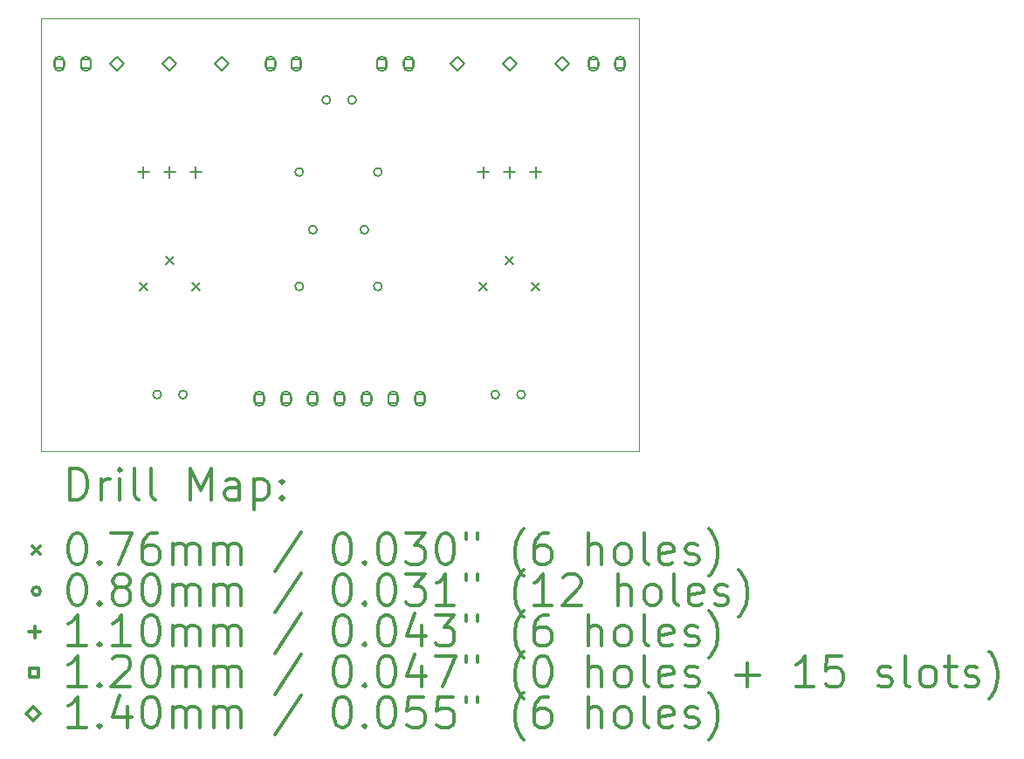
<source format=gbr>
%FSLAX45Y45*%
G04 Gerber Fmt 4.5, Leading zero omitted, Abs format (unit mm)*
G04 Created by KiCad (PCBNEW (5.1.5-0-10_14)) date 2021-12-30 15:58:44*
%MOMM*%
%LPD*%
G04 APERTURE LIST*
%TA.AperFunction,Profile*%
%ADD10C,0.050000*%
%TD*%
%ADD11C,0.200000*%
%ADD12C,0.300000*%
G04 APERTURE END LIST*
D10*
X12900000Y-7400000D02*
X7100000Y-7400000D01*
X12900000Y-11600000D02*
X12900000Y-7400000D01*
X7100000Y-11600000D02*
X12900000Y-11600000D01*
X7100000Y-7400000D02*
X7100000Y-11600000D01*
D11*
X8057900Y-9961900D02*
X8134100Y-10038100D01*
X8134100Y-9961900D02*
X8057900Y-10038100D01*
X8311900Y-9707900D02*
X8388100Y-9784100D01*
X8388100Y-9707900D02*
X8311900Y-9784100D01*
X8565900Y-9961900D02*
X8642100Y-10038100D01*
X8642100Y-9961900D02*
X8565900Y-10038100D01*
X11357900Y-9961900D02*
X11434100Y-10038100D01*
X11434100Y-9961900D02*
X11357900Y-10038100D01*
X11611900Y-9707900D02*
X11688100Y-9784100D01*
X11688100Y-9707900D02*
X11611900Y-9784100D01*
X11865900Y-9961900D02*
X11942100Y-10038100D01*
X11942100Y-9961900D02*
X11865900Y-10038100D01*
X9648000Y-8890000D02*
G75*
G03X9648000Y-8890000I-40000J0D01*
G01*
X10410000Y-8890000D02*
G75*
G03X10410000Y-8890000I-40000J0D01*
G01*
X9780000Y-9450000D02*
G75*
G03X9780000Y-9450000I-40000J0D01*
G01*
X10280000Y-9450000D02*
G75*
G03X10280000Y-9450000I-40000J0D01*
G01*
X8270000Y-11050000D02*
G75*
G03X8270000Y-11050000I-40000J0D01*
G01*
X8520000Y-11050000D02*
G75*
G03X8520000Y-11050000I-40000J0D01*
G01*
X9648000Y-10000000D02*
G75*
G03X9648000Y-10000000I-40000J0D01*
G01*
X10410000Y-10000000D02*
G75*
G03X10410000Y-10000000I-40000J0D01*
G01*
X11550000Y-11050000D02*
G75*
G03X11550000Y-11050000I-40000J0D01*
G01*
X11800000Y-11050000D02*
G75*
G03X11800000Y-11050000I-40000J0D01*
G01*
X9910000Y-8190000D02*
G75*
G03X9910000Y-8190000I-40000J0D01*
G01*
X10160000Y-8190000D02*
G75*
G03X10160000Y-8190000I-40000J0D01*
G01*
X11396000Y-8835000D02*
X11396000Y-8945000D01*
X11341000Y-8890000D02*
X11451000Y-8890000D01*
X11650000Y-8835000D02*
X11650000Y-8945000D01*
X11595000Y-8890000D02*
X11705000Y-8890000D01*
X11904000Y-8835000D02*
X11904000Y-8945000D01*
X11849000Y-8890000D02*
X11959000Y-8890000D01*
X8096000Y-8835000D02*
X8096000Y-8945000D01*
X8041000Y-8890000D02*
X8151000Y-8890000D01*
X8350000Y-8835000D02*
X8350000Y-8945000D01*
X8295000Y-8890000D02*
X8405000Y-8890000D01*
X8604000Y-8835000D02*
X8604000Y-8945000D01*
X8549000Y-8890000D02*
X8659000Y-8890000D01*
X9262427Y-11132427D02*
X9262427Y-11047573D01*
X9177573Y-11047573D01*
X9177573Y-11132427D01*
X9262427Y-11132427D01*
X9170000Y-11070000D02*
X9170000Y-11110000D01*
X9270000Y-11070000D02*
X9270000Y-11110000D01*
X9170000Y-11110000D02*
G75*
G03X9270000Y-11110000I50000J0D01*
G01*
X9270000Y-11070000D02*
G75*
G03X9170000Y-11070000I-50000J0D01*
G01*
X10712427Y-7882427D02*
X10712427Y-7797573D01*
X10627573Y-7797573D01*
X10627573Y-7882427D01*
X10712427Y-7882427D01*
X10620000Y-7820000D02*
X10620000Y-7860000D01*
X10720000Y-7820000D02*
X10720000Y-7860000D01*
X10620000Y-7860000D02*
G75*
G03X10720000Y-7860000I50000J0D01*
G01*
X10720000Y-7820000D02*
G75*
G03X10620000Y-7820000I-50000J0D01*
G01*
X9522427Y-11132427D02*
X9522427Y-11047573D01*
X9437573Y-11047573D01*
X9437573Y-11132427D01*
X9522427Y-11132427D01*
X9430000Y-11070000D02*
X9430000Y-11110000D01*
X9530000Y-11070000D02*
X9530000Y-11110000D01*
X9430000Y-11110000D02*
G75*
G03X9530000Y-11110000I50000J0D01*
G01*
X9530000Y-11070000D02*
G75*
G03X9430000Y-11070000I-50000J0D01*
G01*
X12502427Y-7882427D02*
X12502427Y-7797573D01*
X12417573Y-7797573D01*
X12417573Y-7882427D01*
X12502427Y-7882427D01*
X12410000Y-7820000D02*
X12410000Y-7860000D01*
X12510000Y-7820000D02*
X12510000Y-7860000D01*
X12410000Y-7860000D02*
G75*
G03X12510000Y-7860000I50000J0D01*
G01*
X12510000Y-7820000D02*
G75*
G03X12410000Y-7820000I-50000J0D01*
G01*
X9372427Y-7882427D02*
X9372427Y-7797573D01*
X9287573Y-7797573D01*
X9287573Y-7882427D01*
X9372427Y-7882427D01*
X9280000Y-7820000D02*
X9280000Y-7860000D01*
X9380000Y-7820000D02*
X9380000Y-7860000D01*
X9280000Y-7860000D02*
G75*
G03X9380000Y-7860000I50000J0D01*
G01*
X9380000Y-7820000D02*
G75*
G03X9280000Y-7820000I-50000J0D01*
G01*
X9782427Y-11132427D02*
X9782427Y-11047573D01*
X9697573Y-11047573D01*
X9697573Y-11132427D01*
X9782427Y-11132427D01*
X9690000Y-11070000D02*
X9690000Y-11110000D01*
X9790000Y-11070000D02*
X9790000Y-11110000D01*
X9690000Y-11110000D02*
G75*
G03X9790000Y-11110000I50000J0D01*
G01*
X9790000Y-11070000D02*
G75*
G03X9690000Y-11070000I-50000J0D01*
G01*
X7322427Y-7882427D02*
X7322427Y-7797573D01*
X7237573Y-7797573D01*
X7237573Y-7882427D01*
X7322427Y-7882427D01*
X7230000Y-7820000D02*
X7230000Y-7860000D01*
X7330000Y-7820000D02*
X7330000Y-7860000D01*
X7230000Y-7860000D02*
G75*
G03X7330000Y-7860000I50000J0D01*
G01*
X7330000Y-7820000D02*
G75*
G03X7230000Y-7820000I-50000J0D01*
G01*
X9622427Y-7882427D02*
X9622427Y-7797573D01*
X9537573Y-7797573D01*
X9537573Y-7882427D01*
X9622427Y-7882427D01*
X9530000Y-7820000D02*
X9530000Y-7860000D01*
X9630000Y-7820000D02*
X9630000Y-7860000D01*
X9530000Y-7860000D02*
G75*
G03X9630000Y-7860000I50000J0D01*
G01*
X9630000Y-7820000D02*
G75*
G03X9530000Y-7820000I-50000J0D01*
G01*
X10452427Y-7882427D02*
X10452427Y-7797573D01*
X10367573Y-7797573D01*
X10367573Y-7882427D01*
X10452427Y-7882427D01*
X10360000Y-7820000D02*
X10360000Y-7860000D01*
X10460000Y-7820000D02*
X10460000Y-7860000D01*
X10360000Y-7860000D02*
G75*
G03X10460000Y-7860000I50000J0D01*
G01*
X10460000Y-7820000D02*
G75*
G03X10360000Y-7820000I-50000J0D01*
G01*
X7582427Y-7882427D02*
X7582427Y-7797573D01*
X7497573Y-7797573D01*
X7497573Y-7882427D01*
X7582427Y-7882427D01*
X7490000Y-7820000D02*
X7490000Y-7860000D01*
X7590000Y-7820000D02*
X7590000Y-7860000D01*
X7490000Y-7860000D02*
G75*
G03X7590000Y-7860000I50000J0D01*
G01*
X7590000Y-7820000D02*
G75*
G03X7490000Y-7820000I-50000J0D01*
G01*
X10302427Y-11132427D02*
X10302427Y-11047573D01*
X10217573Y-11047573D01*
X10217573Y-11132427D01*
X10302427Y-11132427D01*
X10210000Y-11070000D02*
X10210000Y-11110000D01*
X10310000Y-11070000D02*
X10310000Y-11110000D01*
X10210000Y-11110000D02*
G75*
G03X10310000Y-11110000I50000J0D01*
G01*
X10310000Y-11070000D02*
G75*
G03X10210000Y-11070000I-50000J0D01*
G01*
X10042427Y-11132427D02*
X10042427Y-11047573D01*
X9957573Y-11047573D01*
X9957573Y-11132427D01*
X10042427Y-11132427D01*
X9950000Y-11070000D02*
X9950000Y-11110000D01*
X10050000Y-11070000D02*
X10050000Y-11110000D01*
X9950000Y-11110000D02*
G75*
G03X10050000Y-11110000I50000J0D01*
G01*
X10050000Y-11070000D02*
G75*
G03X9950000Y-11070000I-50000J0D01*
G01*
X12762427Y-7882427D02*
X12762427Y-7797573D01*
X12677573Y-7797573D01*
X12677573Y-7882427D01*
X12762427Y-7882427D01*
X12670000Y-7820000D02*
X12670000Y-7860000D01*
X12770000Y-7820000D02*
X12770000Y-7860000D01*
X12670000Y-7860000D02*
G75*
G03X12770000Y-7860000I50000J0D01*
G01*
X12770000Y-7820000D02*
G75*
G03X12670000Y-7820000I-50000J0D01*
G01*
X10562427Y-11132427D02*
X10562427Y-11047573D01*
X10477573Y-11047573D01*
X10477573Y-11132427D01*
X10562427Y-11132427D01*
X10470000Y-11070000D02*
X10470000Y-11110000D01*
X10570000Y-11070000D02*
X10570000Y-11110000D01*
X10470000Y-11110000D02*
G75*
G03X10570000Y-11110000I50000J0D01*
G01*
X10570000Y-11070000D02*
G75*
G03X10470000Y-11070000I-50000J0D01*
G01*
X10822427Y-11132427D02*
X10822427Y-11047573D01*
X10737573Y-11047573D01*
X10737573Y-11132427D01*
X10822427Y-11132427D01*
X10730000Y-11070000D02*
X10730000Y-11110000D01*
X10830000Y-11070000D02*
X10830000Y-11110000D01*
X10730000Y-11110000D02*
G75*
G03X10830000Y-11110000I50000J0D01*
G01*
X10830000Y-11070000D02*
G75*
G03X10730000Y-11070000I-50000J0D01*
G01*
X7842000Y-7910000D02*
X7912000Y-7840000D01*
X7842000Y-7770000D01*
X7772000Y-7840000D01*
X7842000Y-7910000D01*
X8350000Y-7910000D02*
X8420000Y-7840000D01*
X8350000Y-7770000D01*
X8280000Y-7840000D01*
X8350000Y-7910000D01*
X8858000Y-7910000D02*
X8928000Y-7840000D01*
X8858000Y-7770000D01*
X8788000Y-7840000D01*
X8858000Y-7910000D01*
X11142000Y-7910000D02*
X11212000Y-7840000D01*
X11142000Y-7770000D01*
X11072000Y-7840000D01*
X11142000Y-7910000D01*
X11650000Y-7910000D02*
X11720000Y-7840000D01*
X11650000Y-7770000D01*
X11580000Y-7840000D01*
X11650000Y-7910000D01*
X12158000Y-7910000D02*
X12228000Y-7840000D01*
X12158000Y-7770000D01*
X12088000Y-7840000D01*
X12158000Y-7910000D01*
D12*
X7383928Y-12068214D02*
X7383928Y-11768214D01*
X7455357Y-11768214D01*
X7498214Y-11782500D01*
X7526786Y-11811071D01*
X7541071Y-11839643D01*
X7555357Y-11896786D01*
X7555357Y-11939643D01*
X7541071Y-11996786D01*
X7526786Y-12025357D01*
X7498214Y-12053929D01*
X7455357Y-12068214D01*
X7383928Y-12068214D01*
X7683928Y-12068214D02*
X7683928Y-11868214D01*
X7683928Y-11925357D02*
X7698214Y-11896786D01*
X7712500Y-11882500D01*
X7741071Y-11868214D01*
X7769643Y-11868214D01*
X7869643Y-12068214D02*
X7869643Y-11868214D01*
X7869643Y-11768214D02*
X7855357Y-11782500D01*
X7869643Y-11796786D01*
X7883928Y-11782500D01*
X7869643Y-11768214D01*
X7869643Y-11796786D01*
X8055357Y-12068214D02*
X8026786Y-12053929D01*
X8012500Y-12025357D01*
X8012500Y-11768214D01*
X8212500Y-12068214D02*
X8183928Y-12053929D01*
X8169643Y-12025357D01*
X8169643Y-11768214D01*
X8555357Y-12068214D02*
X8555357Y-11768214D01*
X8655357Y-11982500D01*
X8755357Y-11768214D01*
X8755357Y-12068214D01*
X9026786Y-12068214D02*
X9026786Y-11911071D01*
X9012500Y-11882500D01*
X8983928Y-11868214D01*
X8926786Y-11868214D01*
X8898214Y-11882500D01*
X9026786Y-12053929D02*
X8998214Y-12068214D01*
X8926786Y-12068214D01*
X8898214Y-12053929D01*
X8883928Y-12025357D01*
X8883928Y-11996786D01*
X8898214Y-11968214D01*
X8926786Y-11953929D01*
X8998214Y-11953929D01*
X9026786Y-11939643D01*
X9169643Y-11868214D02*
X9169643Y-12168214D01*
X9169643Y-11882500D02*
X9198214Y-11868214D01*
X9255357Y-11868214D01*
X9283928Y-11882500D01*
X9298214Y-11896786D01*
X9312500Y-11925357D01*
X9312500Y-12011071D01*
X9298214Y-12039643D01*
X9283928Y-12053929D01*
X9255357Y-12068214D01*
X9198214Y-12068214D01*
X9169643Y-12053929D01*
X9441071Y-12039643D02*
X9455357Y-12053929D01*
X9441071Y-12068214D01*
X9426786Y-12053929D01*
X9441071Y-12039643D01*
X9441071Y-12068214D01*
X9441071Y-11882500D02*
X9455357Y-11896786D01*
X9441071Y-11911071D01*
X9426786Y-11896786D01*
X9441071Y-11882500D01*
X9441071Y-11911071D01*
X7021300Y-12524400D02*
X7097500Y-12600600D01*
X7097500Y-12524400D02*
X7021300Y-12600600D01*
X7441071Y-12398214D02*
X7469643Y-12398214D01*
X7498214Y-12412500D01*
X7512500Y-12426786D01*
X7526786Y-12455357D01*
X7541071Y-12512500D01*
X7541071Y-12583929D01*
X7526786Y-12641071D01*
X7512500Y-12669643D01*
X7498214Y-12683929D01*
X7469643Y-12698214D01*
X7441071Y-12698214D01*
X7412500Y-12683929D01*
X7398214Y-12669643D01*
X7383928Y-12641071D01*
X7369643Y-12583929D01*
X7369643Y-12512500D01*
X7383928Y-12455357D01*
X7398214Y-12426786D01*
X7412500Y-12412500D01*
X7441071Y-12398214D01*
X7669643Y-12669643D02*
X7683928Y-12683929D01*
X7669643Y-12698214D01*
X7655357Y-12683929D01*
X7669643Y-12669643D01*
X7669643Y-12698214D01*
X7783928Y-12398214D02*
X7983928Y-12398214D01*
X7855357Y-12698214D01*
X8226786Y-12398214D02*
X8169643Y-12398214D01*
X8141071Y-12412500D01*
X8126786Y-12426786D01*
X8098214Y-12469643D01*
X8083928Y-12526786D01*
X8083928Y-12641071D01*
X8098214Y-12669643D01*
X8112500Y-12683929D01*
X8141071Y-12698214D01*
X8198214Y-12698214D01*
X8226786Y-12683929D01*
X8241071Y-12669643D01*
X8255357Y-12641071D01*
X8255357Y-12569643D01*
X8241071Y-12541071D01*
X8226786Y-12526786D01*
X8198214Y-12512500D01*
X8141071Y-12512500D01*
X8112500Y-12526786D01*
X8098214Y-12541071D01*
X8083928Y-12569643D01*
X8383928Y-12698214D02*
X8383928Y-12498214D01*
X8383928Y-12526786D02*
X8398214Y-12512500D01*
X8426786Y-12498214D01*
X8469643Y-12498214D01*
X8498214Y-12512500D01*
X8512500Y-12541071D01*
X8512500Y-12698214D01*
X8512500Y-12541071D02*
X8526786Y-12512500D01*
X8555357Y-12498214D01*
X8598214Y-12498214D01*
X8626786Y-12512500D01*
X8641071Y-12541071D01*
X8641071Y-12698214D01*
X8783928Y-12698214D02*
X8783928Y-12498214D01*
X8783928Y-12526786D02*
X8798214Y-12512500D01*
X8826786Y-12498214D01*
X8869643Y-12498214D01*
X8898214Y-12512500D01*
X8912500Y-12541071D01*
X8912500Y-12698214D01*
X8912500Y-12541071D02*
X8926786Y-12512500D01*
X8955357Y-12498214D01*
X8998214Y-12498214D01*
X9026786Y-12512500D01*
X9041071Y-12541071D01*
X9041071Y-12698214D01*
X9626786Y-12383929D02*
X9369643Y-12769643D01*
X10012500Y-12398214D02*
X10041071Y-12398214D01*
X10069643Y-12412500D01*
X10083928Y-12426786D01*
X10098214Y-12455357D01*
X10112500Y-12512500D01*
X10112500Y-12583929D01*
X10098214Y-12641071D01*
X10083928Y-12669643D01*
X10069643Y-12683929D01*
X10041071Y-12698214D01*
X10012500Y-12698214D01*
X9983928Y-12683929D01*
X9969643Y-12669643D01*
X9955357Y-12641071D01*
X9941071Y-12583929D01*
X9941071Y-12512500D01*
X9955357Y-12455357D01*
X9969643Y-12426786D01*
X9983928Y-12412500D01*
X10012500Y-12398214D01*
X10241071Y-12669643D02*
X10255357Y-12683929D01*
X10241071Y-12698214D01*
X10226786Y-12683929D01*
X10241071Y-12669643D01*
X10241071Y-12698214D01*
X10441071Y-12398214D02*
X10469643Y-12398214D01*
X10498214Y-12412500D01*
X10512500Y-12426786D01*
X10526786Y-12455357D01*
X10541071Y-12512500D01*
X10541071Y-12583929D01*
X10526786Y-12641071D01*
X10512500Y-12669643D01*
X10498214Y-12683929D01*
X10469643Y-12698214D01*
X10441071Y-12698214D01*
X10412500Y-12683929D01*
X10398214Y-12669643D01*
X10383928Y-12641071D01*
X10369643Y-12583929D01*
X10369643Y-12512500D01*
X10383928Y-12455357D01*
X10398214Y-12426786D01*
X10412500Y-12412500D01*
X10441071Y-12398214D01*
X10641071Y-12398214D02*
X10826786Y-12398214D01*
X10726786Y-12512500D01*
X10769643Y-12512500D01*
X10798214Y-12526786D01*
X10812500Y-12541071D01*
X10826786Y-12569643D01*
X10826786Y-12641071D01*
X10812500Y-12669643D01*
X10798214Y-12683929D01*
X10769643Y-12698214D01*
X10683928Y-12698214D01*
X10655357Y-12683929D01*
X10641071Y-12669643D01*
X11012500Y-12398214D02*
X11041071Y-12398214D01*
X11069643Y-12412500D01*
X11083928Y-12426786D01*
X11098214Y-12455357D01*
X11112500Y-12512500D01*
X11112500Y-12583929D01*
X11098214Y-12641071D01*
X11083928Y-12669643D01*
X11069643Y-12683929D01*
X11041071Y-12698214D01*
X11012500Y-12698214D01*
X10983928Y-12683929D01*
X10969643Y-12669643D01*
X10955357Y-12641071D01*
X10941071Y-12583929D01*
X10941071Y-12512500D01*
X10955357Y-12455357D01*
X10969643Y-12426786D01*
X10983928Y-12412500D01*
X11012500Y-12398214D01*
X11226786Y-12398214D02*
X11226786Y-12455357D01*
X11341071Y-12398214D02*
X11341071Y-12455357D01*
X11783928Y-12812500D02*
X11769643Y-12798214D01*
X11741071Y-12755357D01*
X11726786Y-12726786D01*
X11712500Y-12683929D01*
X11698214Y-12612500D01*
X11698214Y-12555357D01*
X11712500Y-12483929D01*
X11726786Y-12441071D01*
X11741071Y-12412500D01*
X11769643Y-12369643D01*
X11783928Y-12355357D01*
X12026786Y-12398214D02*
X11969643Y-12398214D01*
X11941071Y-12412500D01*
X11926786Y-12426786D01*
X11898214Y-12469643D01*
X11883928Y-12526786D01*
X11883928Y-12641071D01*
X11898214Y-12669643D01*
X11912500Y-12683929D01*
X11941071Y-12698214D01*
X11998214Y-12698214D01*
X12026786Y-12683929D01*
X12041071Y-12669643D01*
X12055357Y-12641071D01*
X12055357Y-12569643D01*
X12041071Y-12541071D01*
X12026786Y-12526786D01*
X11998214Y-12512500D01*
X11941071Y-12512500D01*
X11912500Y-12526786D01*
X11898214Y-12541071D01*
X11883928Y-12569643D01*
X12412500Y-12698214D02*
X12412500Y-12398214D01*
X12541071Y-12698214D02*
X12541071Y-12541071D01*
X12526786Y-12512500D01*
X12498214Y-12498214D01*
X12455357Y-12498214D01*
X12426786Y-12512500D01*
X12412500Y-12526786D01*
X12726786Y-12698214D02*
X12698214Y-12683929D01*
X12683928Y-12669643D01*
X12669643Y-12641071D01*
X12669643Y-12555357D01*
X12683928Y-12526786D01*
X12698214Y-12512500D01*
X12726786Y-12498214D01*
X12769643Y-12498214D01*
X12798214Y-12512500D01*
X12812500Y-12526786D01*
X12826786Y-12555357D01*
X12826786Y-12641071D01*
X12812500Y-12669643D01*
X12798214Y-12683929D01*
X12769643Y-12698214D01*
X12726786Y-12698214D01*
X12998214Y-12698214D02*
X12969643Y-12683929D01*
X12955357Y-12655357D01*
X12955357Y-12398214D01*
X13226786Y-12683929D02*
X13198214Y-12698214D01*
X13141071Y-12698214D01*
X13112500Y-12683929D01*
X13098214Y-12655357D01*
X13098214Y-12541071D01*
X13112500Y-12512500D01*
X13141071Y-12498214D01*
X13198214Y-12498214D01*
X13226786Y-12512500D01*
X13241071Y-12541071D01*
X13241071Y-12569643D01*
X13098214Y-12598214D01*
X13355357Y-12683929D02*
X13383928Y-12698214D01*
X13441071Y-12698214D01*
X13469643Y-12683929D01*
X13483928Y-12655357D01*
X13483928Y-12641071D01*
X13469643Y-12612500D01*
X13441071Y-12598214D01*
X13398214Y-12598214D01*
X13369643Y-12583929D01*
X13355357Y-12555357D01*
X13355357Y-12541071D01*
X13369643Y-12512500D01*
X13398214Y-12498214D01*
X13441071Y-12498214D01*
X13469643Y-12512500D01*
X13583928Y-12812500D02*
X13598214Y-12798214D01*
X13626786Y-12755357D01*
X13641071Y-12726786D01*
X13655357Y-12683929D01*
X13669643Y-12612500D01*
X13669643Y-12555357D01*
X13655357Y-12483929D01*
X13641071Y-12441071D01*
X13626786Y-12412500D01*
X13598214Y-12369643D01*
X13583928Y-12355357D01*
X7097500Y-12958500D02*
G75*
G03X7097500Y-12958500I-40000J0D01*
G01*
X7441071Y-12794214D02*
X7469643Y-12794214D01*
X7498214Y-12808500D01*
X7512500Y-12822786D01*
X7526786Y-12851357D01*
X7541071Y-12908500D01*
X7541071Y-12979929D01*
X7526786Y-13037071D01*
X7512500Y-13065643D01*
X7498214Y-13079929D01*
X7469643Y-13094214D01*
X7441071Y-13094214D01*
X7412500Y-13079929D01*
X7398214Y-13065643D01*
X7383928Y-13037071D01*
X7369643Y-12979929D01*
X7369643Y-12908500D01*
X7383928Y-12851357D01*
X7398214Y-12822786D01*
X7412500Y-12808500D01*
X7441071Y-12794214D01*
X7669643Y-13065643D02*
X7683928Y-13079929D01*
X7669643Y-13094214D01*
X7655357Y-13079929D01*
X7669643Y-13065643D01*
X7669643Y-13094214D01*
X7855357Y-12922786D02*
X7826786Y-12908500D01*
X7812500Y-12894214D01*
X7798214Y-12865643D01*
X7798214Y-12851357D01*
X7812500Y-12822786D01*
X7826786Y-12808500D01*
X7855357Y-12794214D01*
X7912500Y-12794214D01*
X7941071Y-12808500D01*
X7955357Y-12822786D01*
X7969643Y-12851357D01*
X7969643Y-12865643D01*
X7955357Y-12894214D01*
X7941071Y-12908500D01*
X7912500Y-12922786D01*
X7855357Y-12922786D01*
X7826786Y-12937071D01*
X7812500Y-12951357D01*
X7798214Y-12979929D01*
X7798214Y-13037071D01*
X7812500Y-13065643D01*
X7826786Y-13079929D01*
X7855357Y-13094214D01*
X7912500Y-13094214D01*
X7941071Y-13079929D01*
X7955357Y-13065643D01*
X7969643Y-13037071D01*
X7969643Y-12979929D01*
X7955357Y-12951357D01*
X7941071Y-12937071D01*
X7912500Y-12922786D01*
X8155357Y-12794214D02*
X8183928Y-12794214D01*
X8212500Y-12808500D01*
X8226786Y-12822786D01*
X8241071Y-12851357D01*
X8255357Y-12908500D01*
X8255357Y-12979929D01*
X8241071Y-13037071D01*
X8226786Y-13065643D01*
X8212500Y-13079929D01*
X8183928Y-13094214D01*
X8155357Y-13094214D01*
X8126786Y-13079929D01*
X8112500Y-13065643D01*
X8098214Y-13037071D01*
X8083928Y-12979929D01*
X8083928Y-12908500D01*
X8098214Y-12851357D01*
X8112500Y-12822786D01*
X8126786Y-12808500D01*
X8155357Y-12794214D01*
X8383928Y-13094214D02*
X8383928Y-12894214D01*
X8383928Y-12922786D02*
X8398214Y-12908500D01*
X8426786Y-12894214D01*
X8469643Y-12894214D01*
X8498214Y-12908500D01*
X8512500Y-12937071D01*
X8512500Y-13094214D01*
X8512500Y-12937071D02*
X8526786Y-12908500D01*
X8555357Y-12894214D01*
X8598214Y-12894214D01*
X8626786Y-12908500D01*
X8641071Y-12937071D01*
X8641071Y-13094214D01*
X8783928Y-13094214D02*
X8783928Y-12894214D01*
X8783928Y-12922786D02*
X8798214Y-12908500D01*
X8826786Y-12894214D01*
X8869643Y-12894214D01*
X8898214Y-12908500D01*
X8912500Y-12937071D01*
X8912500Y-13094214D01*
X8912500Y-12937071D02*
X8926786Y-12908500D01*
X8955357Y-12894214D01*
X8998214Y-12894214D01*
X9026786Y-12908500D01*
X9041071Y-12937071D01*
X9041071Y-13094214D01*
X9626786Y-12779929D02*
X9369643Y-13165643D01*
X10012500Y-12794214D02*
X10041071Y-12794214D01*
X10069643Y-12808500D01*
X10083928Y-12822786D01*
X10098214Y-12851357D01*
X10112500Y-12908500D01*
X10112500Y-12979929D01*
X10098214Y-13037071D01*
X10083928Y-13065643D01*
X10069643Y-13079929D01*
X10041071Y-13094214D01*
X10012500Y-13094214D01*
X9983928Y-13079929D01*
X9969643Y-13065643D01*
X9955357Y-13037071D01*
X9941071Y-12979929D01*
X9941071Y-12908500D01*
X9955357Y-12851357D01*
X9969643Y-12822786D01*
X9983928Y-12808500D01*
X10012500Y-12794214D01*
X10241071Y-13065643D02*
X10255357Y-13079929D01*
X10241071Y-13094214D01*
X10226786Y-13079929D01*
X10241071Y-13065643D01*
X10241071Y-13094214D01*
X10441071Y-12794214D02*
X10469643Y-12794214D01*
X10498214Y-12808500D01*
X10512500Y-12822786D01*
X10526786Y-12851357D01*
X10541071Y-12908500D01*
X10541071Y-12979929D01*
X10526786Y-13037071D01*
X10512500Y-13065643D01*
X10498214Y-13079929D01*
X10469643Y-13094214D01*
X10441071Y-13094214D01*
X10412500Y-13079929D01*
X10398214Y-13065643D01*
X10383928Y-13037071D01*
X10369643Y-12979929D01*
X10369643Y-12908500D01*
X10383928Y-12851357D01*
X10398214Y-12822786D01*
X10412500Y-12808500D01*
X10441071Y-12794214D01*
X10641071Y-12794214D02*
X10826786Y-12794214D01*
X10726786Y-12908500D01*
X10769643Y-12908500D01*
X10798214Y-12922786D01*
X10812500Y-12937071D01*
X10826786Y-12965643D01*
X10826786Y-13037071D01*
X10812500Y-13065643D01*
X10798214Y-13079929D01*
X10769643Y-13094214D01*
X10683928Y-13094214D01*
X10655357Y-13079929D01*
X10641071Y-13065643D01*
X11112500Y-13094214D02*
X10941071Y-13094214D01*
X11026786Y-13094214D02*
X11026786Y-12794214D01*
X10998214Y-12837071D01*
X10969643Y-12865643D01*
X10941071Y-12879929D01*
X11226786Y-12794214D02*
X11226786Y-12851357D01*
X11341071Y-12794214D02*
X11341071Y-12851357D01*
X11783928Y-13208500D02*
X11769643Y-13194214D01*
X11741071Y-13151357D01*
X11726786Y-13122786D01*
X11712500Y-13079929D01*
X11698214Y-13008500D01*
X11698214Y-12951357D01*
X11712500Y-12879929D01*
X11726786Y-12837071D01*
X11741071Y-12808500D01*
X11769643Y-12765643D01*
X11783928Y-12751357D01*
X12055357Y-13094214D02*
X11883928Y-13094214D01*
X11969643Y-13094214D02*
X11969643Y-12794214D01*
X11941071Y-12837071D01*
X11912500Y-12865643D01*
X11883928Y-12879929D01*
X12169643Y-12822786D02*
X12183928Y-12808500D01*
X12212500Y-12794214D01*
X12283928Y-12794214D01*
X12312500Y-12808500D01*
X12326786Y-12822786D01*
X12341071Y-12851357D01*
X12341071Y-12879929D01*
X12326786Y-12922786D01*
X12155357Y-13094214D01*
X12341071Y-13094214D01*
X12698214Y-13094214D02*
X12698214Y-12794214D01*
X12826786Y-13094214D02*
X12826786Y-12937071D01*
X12812500Y-12908500D01*
X12783928Y-12894214D01*
X12741071Y-12894214D01*
X12712500Y-12908500D01*
X12698214Y-12922786D01*
X13012500Y-13094214D02*
X12983928Y-13079929D01*
X12969643Y-13065643D01*
X12955357Y-13037071D01*
X12955357Y-12951357D01*
X12969643Y-12922786D01*
X12983928Y-12908500D01*
X13012500Y-12894214D01*
X13055357Y-12894214D01*
X13083928Y-12908500D01*
X13098214Y-12922786D01*
X13112500Y-12951357D01*
X13112500Y-13037071D01*
X13098214Y-13065643D01*
X13083928Y-13079929D01*
X13055357Y-13094214D01*
X13012500Y-13094214D01*
X13283928Y-13094214D02*
X13255357Y-13079929D01*
X13241071Y-13051357D01*
X13241071Y-12794214D01*
X13512500Y-13079929D02*
X13483928Y-13094214D01*
X13426786Y-13094214D01*
X13398214Y-13079929D01*
X13383928Y-13051357D01*
X13383928Y-12937071D01*
X13398214Y-12908500D01*
X13426786Y-12894214D01*
X13483928Y-12894214D01*
X13512500Y-12908500D01*
X13526786Y-12937071D01*
X13526786Y-12965643D01*
X13383928Y-12994214D01*
X13641071Y-13079929D02*
X13669643Y-13094214D01*
X13726786Y-13094214D01*
X13755357Y-13079929D01*
X13769643Y-13051357D01*
X13769643Y-13037071D01*
X13755357Y-13008500D01*
X13726786Y-12994214D01*
X13683928Y-12994214D01*
X13655357Y-12979929D01*
X13641071Y-12951357D01*
X13641071Y-12937071D01*
X13655357Y-12908500D01*
X13683928Y-12894214D01*
X13726786Y-12894214D01*
X13755357Y-12908500D01*
X13869643Y-13208500D02*
X13883928Y-13194214D01*
X13912500Y-13151357D01*
X13926786Y-13122786D01*
X13941071Y-13079929D01*
X13955357Y-13008500D01*
X13955357Y-12951357D01*
X13941071Y-12879929D01*
X13926786Y-12837071D01*
X13912500Y-12808500D01*
X13883928Y-12765643D01*
X13869643Y-12751357D01*
X7042500Y-13299500D02*
X7042500Y-13409500D01*
X6987500Y-13354500D02*
X7097500Y-13354500D01*
X7541071Y-13490214D02*
X7369643Y-13490214D01*
X7455357Y-13490214D02*
X7455357Y-13190214D01*
X7426786Y-13233071D01*
X7398214Y-13261643D01*
X7369643Y-13275929D01*
X7669643Y-13461643D02*
X7683928Y-13475929D01*
X7669643Y-13490214D01*
X7655357Y-13475929D01*
X7669643Y-13461643D01*
X7669643Y-13490214D01*
X7969643Y-13490214D02*
X7798214Y-13490214D01*
X7883928Y-13490214D02*
X7883928Y-13190214D01*
X7855357Y-13233071D01*
X7826786Y-13261643D01*
X7798214Y-13275929D01*
X8155357Y-13190214D02*
X8183928Y-13190214D01*
X8212500Y-13204500D01*
X8226786Y-13218786D01*
X8241071Y-13247357D01*
X8255357Y-13304500D01*
X8255357Y-13375929D01*
X8241071Y-13433071D01*
X8226786Y-13461643D01*
X8212500Y-13475929D01*
X8183928Y-13490214D01*
X8155357Y-13490214D01*
X8126786Y-13475929D01*
X8112500Y-13461643D01*
X8098214Y-13433071D01*
X8083928Y-13375929D01*
X8083928Y-13304500D01*
X8098214Y-13247357D01*
X8112500Y-13218786D01*
X8126786Y-13204500D01*
X8155357Y-13190214D01*
X8383928Y-13490214D02*
X8383928Y-13290214D01*
X8383928Y-13318786D02*
X8398214Y-13304500D01*
X8426786Y-13290214D01*
X8469643Y-13290214D01*
X8498214Y-13304500D01*
X8512500Y-13333071D01*
X8512500Y-13490214D01*
X8512500Y-13333071D02*
X8526786Y-13304500D01*
X8555357Y-13290214D01*
X8598214Y-13290214D01*
X8626786Y-13304500D01*
X8641071Y-13333071D01*
X8641071Y-13490214D01*
X8783928Y-13490214D02*
X8783928Y-13290214D01*
X8783928Y-13318786D02*
X8798214Y-13304500D01*
X8826786Y-13290214D01*
X8869643Y-13290214D01*
X8898214Y-13304500D01*
X8912500Y-13333071D01*
X8912500Y-13490214D01*
X8912500Y-13333071D02*
X8926786Y-13304500D01*
X8955357Y-13290214D01*
X8998214Y-13290214D01*
X9026786Y-13304500D01*
X9041071Y-13333071D01*
X9041071Y-13490214D01*
X9626786Y-13175929D02*
X9369643Y-13561643D01*
X10012500Y-13190214D02*
X10041071Y-13190214D01*
X10069643Y-13204500D01*
X10083928Y-13218786D01*
X10098214Y-13247357D01*
X10112500Y-13304500D01*
X10112500Y-13375929D01*
X10098214Y-13433071D01*
X10083928Y-13461643D01*
X10069643Y-13475929D01*
X10041071Y-13490214D01*
X10012500Y-13490214D01*
X9983928Y-13475929D01*
X9969643Y-13461643D01*
X9955357Y-13433071D01*
X9941071Y-13375929D01*
X9941071Y-13304500D01*
X9955357Y-13247357D01*
X9969643Y-13218786D01*
X9983928Y-13204500D01*
X10012500Y-13190214D01*
X10241071Y-13461643D02*
X10255357Y-13475929D01*
X10241071Y-13490214D01*
X10226786Y-13475929D01*
X10241071Y-13461643D01*
X10241071Y-13490214D01*
X10441071Y-13190214D02*
X10469643Y-13190214D01*
X10498214Y-13204500D01*
X10512500Y-13218786D01*
X10526786Y-13247357D01*
X10541071Y-13304500D01*
X10541071Y-13375929D01*
X10526786Y-13433071D01*
X10512500Y-13461643D01*
X10498214Y-13475929D01*
X10469643Y-13490214D01*
X10441071Y-13490214D01*
X10412500Y-13475929D01*
X10398214Y-13461643D01*
X10383928Y-13433071D01*
X10369643Y-13375929D01*
X10369643Y-13304500D01*
X10383928Y-13247357D01*
X10398214Y-13218786D01*
X10412500Y-13204500D01*
X10441071Y-13190214D01*
X10798214Y-13290214D02*
X10798214Y-13490214D01*
X10726786Y-13175929D02*
X10655357Y-13390214D01*
X10841071Y-13390214D01*
X10926786Y-13190214D02*
X11112500Y-13190214D01*
X11012500Y-13304500D01*
X11055357Y-13304500D01*
X11083928Y-13318786D01*
X11098214Y-13333071D01*
X11112500Y-13361643D01*
X11112500Y-13433071D01*
X11098214Y-13461643D01*
X11083928Y-13475929D01*
X11055357Y-13490214D01*
X10969643Y-13490214D01*
X10941071Y-13475929D01*
X10926786Y-13461643D01*
X11226786Y-13190214D02*
X11226786Y-13247357D01*
X11341071Y-13190214D02*
X11341071Y-13247357D01*
X11783928Y-13604500D02*
X11769643Y-13590214D01*
X11741071Y-13547357D01*
X11726786Y-13518786D01*
X11712500Y-13475929D01*
X11698214Y-13404500D01*
X11698214Y-13347357D01*
X11712500Y-13275929D01*
X11726786Y-13233071D01*
X11741071Y-13204500D01*
X11769643Y-13161643D01*
X11783928Y-13147357D01*
X12026786Y-13190214D02*
X11969643Y-13190214D01*
X11941071Y-13204500D01*
X11926786Y-13218786D01*
X11898214Y-13261643D01*
X11883928Y-13318786D01*
X11883928Y-13433071D01*
X11898214Y-13461643D01*
X11912500Y-13475929D01*
X11941071Y-13490214D01*
X11998214Y-13490214D01*
X12026786Y-13475929D01*
X12041071Y-13461643D01*
X12055357Y-13433071D01*
X12055357Y-13361643D01*
X12041071Y-13333071D01*
X12026786Y-13318786D01*
X11998214Y-13304500D01*
X11941071Y-13304500D01*
X11912500Y-13318786D01*
X11898214Y-13333071D01*
X11883928Y-13361643D01*
X12412500Y-13490214D02*
X12412500Y-13190214D01*
X12541071Y-13490214D02*
X12541071Y-13333071D01*
X12526786Y-13304500D01*
X12498214Y-13290214D01*
X12455357Y-13290214D01*
X12426786Y-13304500D01*
X12412500Y-13318786D01*
X12726786Y-13490214D02*
X12698214Y-13475929D01*
X12683928Y-13461643D01*
X12669643Y-13433071D01*
X12669643Y-13347357D01*
X12683928Y-13318786D01*
X12698214Y-13304500D01*
X12726786Y-13290214D01*
X12769643Y-13290214D01*
X12798214Y-13304500D01*
X12812500Y-13318786D01*
X12826786Y-13347357D01*
X12826786Y-13433071D01*
X12812500Y-13461643D01*
X12798214Y-13475929D01*
X12769643Y-13490214D01*
X12726786Y-13490214D01*
X12998214Y-13490214D02*
X12969643Y-13475929D01*
X12955357Y-13447357D01*
X12955357Y-13190214D01*
X13226786Y-13475929D02*
X13198214Y-13490214D01*
X13141071Y-13490214D01*
X13112500Y-13475929D01*
X13098214Y-13447357D01*
X13098214Y-13333071D01*
X13112500Y-13304500D01*
X13141071Y-13290214D01*
X13198214Y-13290214D01*
X13226786Y-13304500D01*
X13241071Y-13333071D01*
X13241071Y-13361643D01*
X13098214Y-13390214D01*
X13355357Y-13475929D02*
X13383928Y-13490214D01*
X13441071Y-13490214D01*
X13469643Y-13475929D01*
X13483928Y-13447357D01*
X13483928Y-13433071D01*
X13469643Y-13404500D01*
X13441071Y-13390214D01*
X13398214Y-13390214D01*
X13369643Y-13375929D01*
X13355357Y-13347357D01*
X13355357Y-13333071D01*
X13369643Y-13304500D01*
X13398214Y-13290214D01*
X13441071Y-13290214D01*
X13469643Y-13304500D01*
X13583928Y-13604500D02*
X13598214Y-13590214D01*
X13626786Y-13547357D01*
X13641071Y-13518786D01*
X13655357Y-13475929D01*
X13669643Y-13404500D01*
X13669643Y-13347357D01*
X13655357Y-13275929D01*
X13641071Y-13233071D01*
X13626786Y-13204500D01*
X13598214Y-13161643D01*
X13583928Y-13147357D01*
X7079927Y-13792927D02*
X7079927Y-13708073D01*
X6995073Y-13708073D01*
X6995073Y-13792927D01*
X7079927Y-13792927D01*
X7541071Y-13886214D02*
X7369643Y-13886214D01*
X7455357Y-13886214D02*
X7455357Y-13586214D01*
X7426786Y-13629071D01*
X7398214Y-13657643D01*
X7369643Y-13671929D01*
X7669643Y-13857643D02*
X7683928Y-13871929D01*
X7669643Y-13886214D01*
X7655357Y-13871929D01*
X7669643Y-13857643D01*
X7669643Y-13886214D01*
X7798214Y-13614786D02*
X7812500Y-13600500D01*
X7841071Y-13586214D01*
X7912500Y-13586214D01*
X7941071Y-13600500D01*
X7955357Y-13614786D01*
X7969643Y-13643357D01*
X7969643Y-13671929D01*
X7955357Y-13714786D01*
X7783928Y-13886214D01*
X7969643Y-13886214D01*
X8155357Y-13586214D02*
X8183928Y-13586214D01*
X8212500Y-13600500D01*
X8226786Y-13614786D01*
X8241071Y-13643357D01*
X8255357Y-13700500D01*
X8255357Y-13771929D01*
X8241071Y-13829071D01*
X8226786Y-13857643D01*
X8212500Y-13871929D01*
X8183928Y-13886214D01*
X8155357Y-13886214D01*
X8126786Y-13871929D01*
X8112500Y-13857643D01*
X8098214Y-13829071D01*
X8083928Y-13771929D01*
X8083928Y-13700500D01*
X8098214Y-13643357D01*
X8112500Y-13614786D01*
X8126786Y-13600500D01*
X8155357Y-13586214D01*
X8383928Y-13886214D02*
X8383928Y-13686214D01*
X8383928Y-13714786D02*
X8398214Y-13700500D01*
X8426786Y-13686214D01*
X8469643Y-13686214D01*
X8498214Y-13700500D01*
X8512500Y-13729071D01*
X8512500Y-13886214D01*
X8512500Y-13729071D02*
X8526786Y-13700500D01*
X8555357Y-13686214D01*
X8598214Y-13686214D01*
X8626786Y-13700500D01*
X8641071Y-13729071D01*
X8641071Y-13886214D01*
X8783928Y-13886214D02*
X8783928Y-13686214D01*
X8783928Y-13714786D02*
X8798214Y-13700500D01*
X8826786Y-13686214D01*
X8869643Y-13686214D01*
X8898214Y-13700500D01*
X8912500Y-13729071D01*
X8912500Y-13886214D01*
X8912500Y-13729071D02*
X8926786Y-13700500D01*
X8955357Y-13686214D01*
X8998214Y-13686214D01*
X9026786Y-13700500D01*
X9041071Y-13729071D01*
X9041071Y-13886214D01*
X9626786Y-13571929D02*
X9369643Y-13957643D01*
X10012500Y-13586214D02*
X10041071Y-13586214D01*
X10069643Y-13600500D01*
X10083928Y-13614786D01*
X10098214Y-13643357D01*
X10112500Y-13700500D01*
X10112500Y-13771929D01*
X10098214Y-13829071D01*
X10083928Y-13857643D01*
X10069643Y-13871929D01*
X10041071Y-13886214D01*
X10012500Y-13886214D01*
X9983928Y-13871929D01*
X9969643Y-13857643D01*
X9955357Y-13829071D01*
X9941071Y-13771929D01*
X9941071Y-13700500D01*
X9955357Y-13643357D01*
X9969643Y-13614786D01*
X9983928Y-13600500D01*
X10012500Y-13586214D01*
X10241071Y-13857643D02*
X10255357Y-13871929D01*
X10241071Y-13886214D01*
X10226786Y-13871929D01*
X10241071Y-13857643D01*
X10241071Y-13886214D01*
X10441071Y-13586214D02*
X10469643Y-13586214D01*
X10498214Y-13600500D01*
X10512500Y-13614786D01*
X10526786Y-13643357D01*
X10541071Y-13700500D01*
X10541071Y-13771929D01*
X10526786Y-13829071D01*
X10512500Y-13857643D01*
X10498214Y-13871929D01*
X10469643Y-13886214D01*
X10441071Y-13886214D01*
X10412500Y-13871929D01*
X10398214Y-13857643D01*
X10383928Y-13829071D01*
X10369643Y-13771929D01*
X10369643Y-13700500D01*
X10383928Y-13643357D01*
X10398214Y-13614786D01*
X10412500Y-13600500D01*
X10441071Y-13586214D01*
X10798214Y-13686214D02*
X10798214Y-13886214D01*
X10726786Y-13571929D02*
X10655357Y-13786214D01*
X10841071Y-13786214D01*
X10926786Y-13586214D02*
X11126786Y-13586214D01*
X10998214Y-13886214D01*
X11226786Y-13586214D02*
X11226786Y-13643357D01*
X11341071Y-13586214D02*
X11341071Y-13643357D01*
X11783928Y-14000500D02*
X11769643Y-13986214D01*
X11741071Y-13943357D01*
X11726786Y-13914786D01*
X11712500Y-13871929D01*
X11698214Y-13800500D01*
X11698214Y-13743357D01*
X11712500Y-13671929D01*
X11726786Y-13629071D01*
X11741071Y-13600500D01*
X11769643Y-13557643D01*
X11783928Y-13543357D01*
X11955357Y-13586214D02*
X11983928Y-13586214D01*
X12012500Y-13600500D01*
X12026786Y-13614786D01*
X12041071Y-13643357D01*
X12055357Y-13700500D01*
X12055357Y-13771929D01*
X12041071Y-13829071D01*
X12026786Y-13857643D01*
X12012500Y-13871929D01*
X11983928Y-13886214D01*
X11955357Y-13886214D01*
X11926786Y-13871929D01*
X11912500Y-13857643D01*
X11898214Y-13829071D01*
X11883928Y-13771929D01*
X11883928Y-13700500D01*
X11898214Y-13643357D01*
X11912500Y-13614786D01*
X11926786Y-13600500D01*
X11955357Y-13586214D01*
X12412500Y-13886214D02*
X12412500Y-13586214D01*
X12541071Y-13886214D02*
X12541071Y-13729071D01*
X12526786Y-13700500D01*
X12498214Y-13686214D01*
X12455357Y-13686214D01*
X12426786Y-13700500D01*
X12412500Y-13714786D01*
X12726786Y-13886214D02*
X12698214Y-13871929D01*
X12683928Y-13857643D01*
X12669643Y-13829071D01*
X12669643Y-13743357D01*
X12683928Y-13714786D01*
X12698214Y-13700500D01*
X12726786Y-13686214D01*
X12769643Y-13686214D01*
X12798214Y-13700500D01*
X12812500Y-13714786D01*
X12826786Y-13743357D01*
X12826786Y-13829071D01*
X12812500Y-13857643D01*
X12798214Y-13871929D01*
X12769643Y-13886214D01*
X12726786Y-13886214D01*
X12998214Y-13886214D02*
X12969643Y-13871929D01*
X12955357Y-13843357D01*
X12955357Y-13586214D01*
X13226786Y-13871929D02*
X13198214Y-13886214D01*
X13141071Y-13886214D01*
X13112500Y-13871929D01*
X13098214Y-13843357D01*
X13098214Y-13729071D01*
X13112500Y-13700500D01*
X13141071Y-13686214D01*
X13198214Y-13686214D01*
X13226786Y-13700500D01*
X13241071Y-13729071D01*
X13241071Y-13757643D01*
X13098214Y-13786214D01*
X13355357Y-13871929D02*
X13383928Y-13886214D01*
X13441071Y-13886214D01*
X13469643Y-13871929D01*
X13483928Y-13843357D01*
X13483928Y-13829071D01*
X13469643Y-13800500D01*
X13441071Y-13786214D01*
X13398214Y-13786214D01*
X13369643Y-13771929D01*
X13355357Y-13743357D01*
X13355357Y-13729071D01*
X13369643Y-13700500D01*
X13398214Y-13686214D01*
X13441071Y-13686214D01*
X13469643Y-13700500D01*
X13841071Y-13771929D02*
X14069643Y-13771929D01*
X13955357Y-13886214D02*
X13955357Y-13657643D01*
X14598214Y-13886214D02*
X14426786Y-13886214D01*
X14512500Y-13886214D02*
X14512500Y-13586214D01*
X14483928Y-13629071D01*
X14455357Y-13657643D01*
X14426786Y-13671929D01*
X14869643Y-13586214D02*
X14726786Y-13586214D01*
X14712500Y-13729071D01*
X14726786Y-13714786D01*
X14755357Y-13700500D01*
X14826786Y-13700500D01*
X14855357Y-13714786D01*
X14869643Y-13729071D01*
X14883928Y-13757643D01*
X14883928Y-13829071D01*
X14869643Y-13857643D01*
X14855357Y-13871929D01*
X14826786Y-13886214D01*
X14755357Y-13886214D01*
X14726786Y-13871929D01*
X14712500Y-13857643D01*
X15226786Y-13871929D02*
X15255357Y-13886214D01*
X15312500Y-13886214D01*
X15341071Y-13871929D01*
X15355357Y-13843357D01*
X15355357Y-13829071D01*
X15341071Y-13800500D01*
X15312500Y-13786214D01*
X15269643Y-13786214D01*
X15241071Y-13771929D01*
X15226786Y-13743357D01*
X15226786Y-13729071D01*
X15241071Y-13700500D01*
X15269643Y-13686214D01*
X15312500Y-13686214D01*
X15341071Y-13700500D01*
X15526786Y-13886214D02*
X15498214Y-13871929D01*
X15483928Y-13843357D01*
X15483928Y-13586214D01*
X15683928Y-13886214D02*
X15655357Y-13871929D01*
X15641071Y-13857643D01*
X15626786Y-13829071D01*
X15626786Y-13743357D01*
X15641071Y-13714786D01*
X15655357Y-13700500D01*
X15683928Y-13686214D01*
X15726786Y-13686214D01*
X15755357Y-13700500D01*
X15769643Y-13714786D01*
X15783928Y-13743357D01*
X15783928Y-13829071D01*
X15769643Y-13857643D01*
X15755357Y-13871929D01*
X15726786Y-13886214D01*
X15683928Y-13886214D01*
X15869643Y-13686214D02*
X15983928Y-13686214D01*
X15912500Y-13586214D02*
X15912500Y-13843357D01*
X15926786Y-13871929D01*
X15955357Y-13886214D01*
X15983928Y-13886214D01*
X16069643Y-13871929D02*
X16098214Y-13886214D01*
X16155357Y-13886214D01*
X16183928Y-13871929D01*
X16198214Y-13843357D01*
X16198214Y-13829071D01*
X16183928Y-13800500D01*
X16155357Y-13786214D01*
X16112500Y-13786214D01*
X16083928Y-13771929D01*
X16069643Y-13743357D01*
X16069643Y-13729071D01*
X16083928Y-13700500D01*
X16112500Y-13686214D01*
X16155357Y-13686214D01*
X16183928Y-13700500D01*
X16298214Y-14000500D02*
X16312500Y-13986214D01*
X16341071Y-13943357D01*
X16355357Y-13914786D01*
X16369643Y-13871929D01*
X16383928Y-13800500D01*
X16383928Y-13743357D01*
X16369643Y-13671929D01*
X16355357Y-13629071D01*
X16341071Y-13600500D01*
X16312500Y-13557643D01*
X16298214Y-13543357D01*
X7027500Y-14216500D02*
X7097500Y-14146500D01*
X7027500Y-14076500D01*
X6957500Y-14146500D01*
X7027500Y-14216500D01*
X7541071Y-14282214D02*
X7369643Y-14282214D01*
X7455357Y-14282214D02*
X7455357Y-13982214D01*
X7426786Y-14025071D01*
X7398214Y-14053643D01*
X7369643Y-14067929D01*
X7669643Y-14253643D02*
X7683928Y-14267929D01*
X7669643Y-14282214D01*
X7655357Y-14267929D01*
X7669643Y-14253643D01*
X7669643Y-14282214D01*
X7941071Y-14082214D02*
X7941071Y-14282214D01*
X7869643Y-13967929D02*
X7798214Y-14182214D01*
X7983928Y-14182214D01*
X8155357Y-13982214D02*
X8183928Y-13982214D01*
X8212500Y-13996500D01*
X8226786Y-14010786D01*
X8241071Y-14039357D01*
X8255357Y-14096500D01*
X8255357Y-14167929D01*
X8241071Y-14225071D01*
X8226786Y-14253643D01*
X8212500Y-14267929D01*
X8183928Y-14282214D01*
X8155357Y-14282214D01*
X8126786Y-14267929D01*
X8112500Y-14253643D01*
X8098214Y-14225071D01*
X8083928Y-14167929D01*
X8083928Y-14096500D01*
X8098214Y-14039357D01*
X8112500Y-14010786D01*
X8126786Y-13996500D01*
X8155357Y-13982214D01*
X8383928Y-14282214D02*
X8383928Y-14082214D01*
X8383928Y-14110786D02*
X8398214Y-14096500D01*
X8426786Y-14082214D01*
X8469643Y-14082214D01*
X8498214Y-14096500D01*
X8512500Y-14125071D01*
X8512500Y-14282214D01*
X8512500Y-14125071D02*
X8526786Y-14096500D01*
X8555357Y-14082214D01*
X8598214Y-14082214D01*
X8626786Y-14096500D01*
X8641071Y-14125071D01*
X8641071Y-14282214D01*
X8783928Y-14282214D02*
X8783928Y-14082214D01*
X8783928Y-14110786D02*
X8798214Y-14096500D01*
X8826786Y-14082214D01*
X8869643Y-14082214D01*
X8898214Y-14096500D01*
X8912500Y-14125071D01*
X8912500Y-14282214D01*
X8912500Y-14125071D02*
X8926786Y-14096500D01*
X8955357Y-14082214D01*
X8998214Y-14082214D01*
X9026786Y-14096500D01*
X9041071Y-14125071D01*
X9041071Y-14282214D01*
X9626786Y-13967929D02*
X9369643Y-14353643D01*
X10012500Y-13982214D02*
X10041071Y-13982214D01*
X10069643Y-13996500D01*
X10083928Y-14010786D01*
X10098214Y-14039357D01*
X10112500Y-14096500D01*
X10112500Y-14167929D01*
X10098214Y-14225071D01*
X10083928Y-14253643D01*
X10069643Y-14267929D01*
X10041071Y-14282214D01*
X10012500Y-14282214D01*
X9983928Y-14267929D01*
X9969643Y-14253643D01*
X9955357Y-14225071D01*
X9941071Y-14167929D01*
X9941071Y-14096500D01*
X9955357Y-14039357D01*
X9969643Y-14010786D01*
X9983928Y-13996500D01*
X10012500Y-13982214D01*
X10241071Y-14253643D02*
X10255357Y-14267929D01*
X10241071Y-14282214D01*
X10226786Y-14267929D01*
X10241071Y-14253643D01*
X10241071Y-14282214D01*
X10441071Y-13982214D02*
X10469643Y-13982214D01*
X10498214Y-13996500D01*
X10512500Y-14010786D01*
X10526786Y-14039357D01*
X10541071Y-14096500D01*
X10541071Y-14167929D01*
X10526786Y-14225071D01*
X10512500Y-14253643D01*
X10498214Y-14267929D01*
X10469643Y-14282214D01*
X10441071Y-14282214D01*
X10412500Y-14267929D01*
X10398214Y-14253643D01*
X10383928Y-14225071D01*
X10369643Y-14167929D01*
X10369643Y-14096500D01*
X10383928Y-14039357D01*
X10398214Y-14010786D01*
X10412500Y-13996500D01*
X10441071Y-13982214D01*
X10812500Y-13982214D02*
X10669643Y-13982214D01*
X10655357Y-14125071D01*
X10669643Y-14110786D01*
X10698214Y-14096500D01*
X10769643Y-14096500D01*
X10798214Y-14110786D01*
X10812500Y-14125071D01*
X10826786Y-14153643D01*
X10826786Y-14225071D01*
X10812500Y-14253643D01*
X10798214Y-14267929D01*
X10769643Y-14282214D01*
X10698214Y-14282214D01*
X10669643Y-14267929D01*
X10655357Y-14253643D01*
X11098214Y-13982214D02*
X10955357Y-13982214D01*
X10941071Y-14125071D01*
X10955357Y-14110786D01*
X10983928Y-14096500D01*
X11055357Y-14096500D01*
X11083928Y-14110786D01*
X11098214Y-14125071D01*
X11112500Y-14153643D01*
X11112500Y-14225071D01*
X11098214Y-14253643D01*
X11083928Y-14267929D01*
X11055357Y-14282214D01*
X10983928Y-14282214D01*
X10955357Y-14267929D01*
X10941071Y-14253643D01*
X11226786Y-13982214D02*
X11226786Y-14039357D01*
X11341071Y-13982214D02*
X11341071Y-14039357D01*
X11783928Y-14396500D02*
X11769643Y-14382214D01*
X11741071Y-14339357D01*
X11726786Y-14310786D01*
X11712500Y-14267929D01*
X11698214Y-14196500D01*
X11698214Y-14139357D01*
X11712500Y-14067929D01*
X11726786Y-14025071D01*
X11741071Y-13996500D01*
X11769643Y-13953643D01*
X11783928Y-13939357D01*
X12026786Y-13982214D02*
X11969643Y-13982214D01*
X11941071Y-13996500D01*
X11926786Y-14010786D01*
X11898214Y-14053643D01*
X11883928Y-14110786D01*
X11883928Y-14225071D01*
X11898214Y-14253643D01*
X11912500Y-14267929D01*
X11941071Y-14282214D01*
X11998214Y-14282214D01*
X12026786Y-14267929D01*
X12041071Y-14253643D01*
X12055357Y-14225071D01*
X12055357Y-14153643D01*
X12041071Y-14125071D01*
X12026786Y-14110786D01*
X11998214Y-14096500D01*
X11941071Y-14096500D01*
X11912500Y-14110786D01*
X11898214Y-14125071D01*
X11883928Y-14153643D01*
X12412500Y-14282214D02*
X12412500Y-13982214D01*
X12541071Y-14282214D02*
X12541071Y-14125071D01*
X12526786Y-14096500D01*
X12498214Y-14082214D01*
X12455357Y-14082214D01*
X12426786Y-14096500D01*
X12412500Y-14110786D01*
X12726786Y-14282214D02*
X12698214Y-14267929D01*
X12683928Y-14253643D01*
X12669643Y-14225071D01*
X12669643Y-14139357D01*
X12683928Y-14110786D01*
X12698214Y-14096500D01*
X12726786Y-14082214D01*
X12769643Y-14082214D01*
X12798214Y-14096500D01*
X12812500Y-14110786D01*
X12826786Y-14139357D01*
X12826786Y-14225071D01*
X12812500Y-14253643D01*
X12798214Y-14267929D01*
X12769643Y-14282214D01*
X12726786Y-14282214D01*
X12998214Y-14282214D02*
X12969643Y-14267929D01*
X12955357Y-14239357D01*
X12955357Y-13982214D01*
X13226786Y-14267929D02*
X13198214Y-14282214D01*
X13141071Y-14282214D01*
X13112500Y-14267929D01*
X13098214Y-14239357D01*
X13098214Y-14125071D01*
X13112500Y-14096500D01*
X13141071Y-14082214D01*
X13198214Y-14082214D01*
X13226786Y-14096500D01*
X13241071Y-14125071D01*
X13241071Y-14153643D01*
X13098214Y-14182214D01*
X13355357Y-14267929D02*
X13383928Y-14282214D01*
X13441071Y-14282214D01*
X13469643Y-14267929D01*
X13483928Y-14239357D01*
X13483928Y-14225071D01*
X13469643Y-14196500D01*
X13441071Y-14182214D01*
X13398214Y-14182214D01*
X13369643Y-14167929D01*
X13355357Y-14139357D01*
X13355357Y-14125071D01*
X13369643Y-14096500D01*
X13398214Y-14082214D01*
X13441071Y-14082214D01*
X13469643Y-14096500D01*
X13583928Y-14396500D02*
X13598214Y-14382214D01*
X13626786Y-14339357D01*
X13641071Y-14310786D01*
X13655357Y-14267929D01*
X13669643Y-14196500D01*
X13669643Y-14139357D01*
X13655357Y-14067929D01*
X13641071Y-14025071D01*
X13626786Y-13996500D01*
X13598214Y-13953643D01*
X13583928Y-13939357D01*
M02*

</source>
